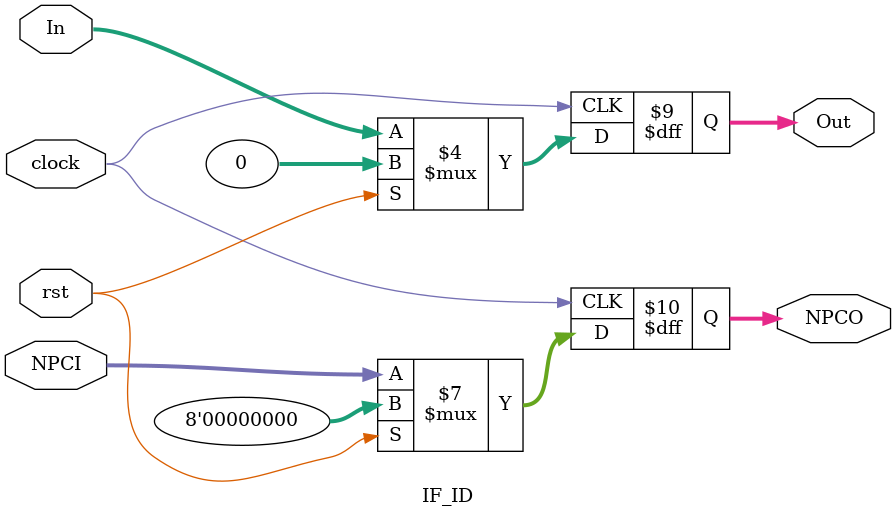
<source format=v>
`timescale 1ns / 1ps
module IF_ID(
		input rst,
		input clock,
		input [31:0] In,
		input [7:0] NPCI,
		output reg [31:0] Out,
		output reg [7:0] NPCO
    );
	
	initial begin
		Out<=32'b0;
		NPCO<=8'b0;
		end
		
	always @(posedge clock)     //At every clock cycle, assign output=input
			begin
			if(rst)
				begin
					NPCO<=0;
					Out<=0;
				end
			else
				begin
					NPCO<=NPCI;
					Out<=In;
				end				
			end
endmodule

</source>
